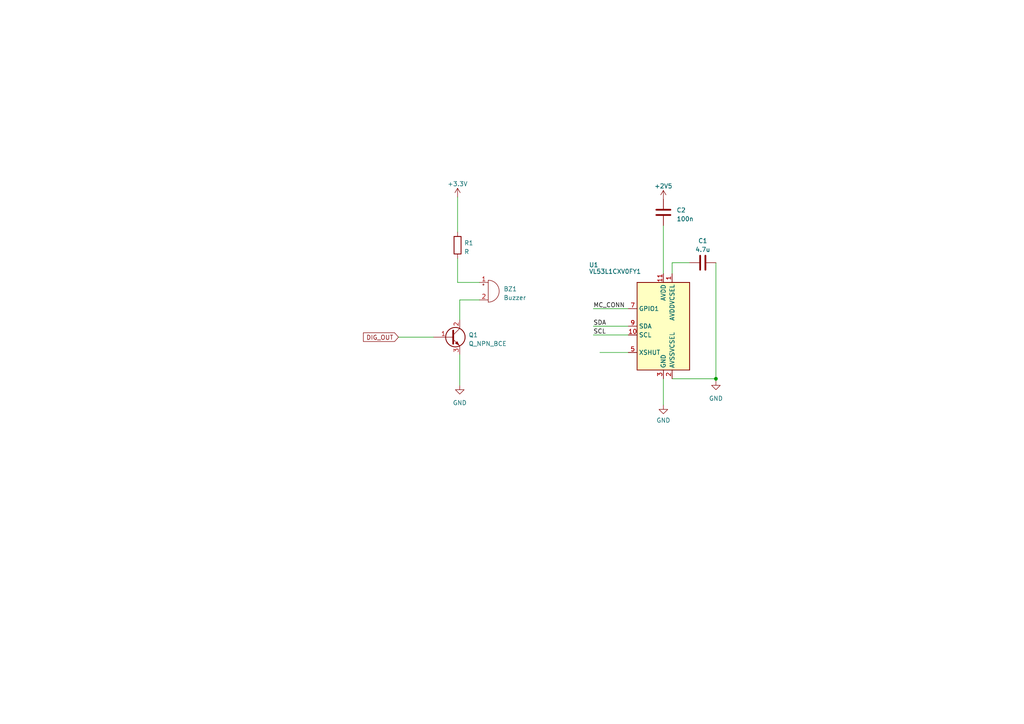
<source format=kicad_sch>
(kicad_sch (version 20230121) (generator eeschema)
  (paper "A4")
  (lib_symbols
    (symbol "Device:Buzzer" (pin_names (offset 0.0254) hide)
      (property "Reference" "BZ" (at 3.81 1.27 0))
      (property "Value" "Buzzer" (at 3.81 -1.27 0))
      (symbol "Buzzer_0_1"
        (arc (start 0 -3.175) (mid 3.1612 0) (end 0 3.175))
        (polyline (pts (xy -1.651 1.905) (xy -1.143 1.905)))
        (polyline (pts (xy -1.397 2.159) (xy -1.397 1.651)))
        (polyline (pts (xy 0 3.175) (xy 0 -3.175)))
      )
      (symbol "Buzzer_1_1"
        (pin passive line (at -2.54 2.54 0) (length 2.54) (name "-") (number "1"))
        (pin passive line (at -2.54 -2.54 0) (length 2.54) (name "+") (number "2"))
      )
    )
    (symbol "Device:C" (pin_numbers hide) (pin_names (offset 0.254))
      (property "Reference" "C" (at 0.635 2.54 0))
      (property "Value" "C" (at 0.635 -2.54 0))
      (symbol "C_0_1"
        (polyline (pts (xy -2.032 -0.762) (xy 2.032 -0.762)) (stroke (width 0.508)))
        (polyline (pts (xy -2.032 0.762) (xy 2.032 0.762)) (stroke (width 0.508)))
      )
      (symbol "C_1_1"
        (pin passive line (at 0 3.81 270) (length 2.794) (name "~") (number "1"))
        (pin passive line (at 0 -3.81 90) (length 2.794) (name "~") (number "2"))
      )
    )
    (symbol "Device:Q_NPN_BCE" (pin_names (offset 0) hide)
      (property "Reference" "Q" (at 5.08 1.27 0))
      (property "Value" "Q_NPN_BCE" (at 5.08 -1.27 0))
      (symbol "Q_NPN_BCE_0_1"
        (polyline (pts (xy 0.635 0.635) (xy 2.54 2.54)))
        (polyline (pts (xy 0.635 -0.635) (xy 2.54 -2.54) (xy 2.54 -2.54)))
        (polyline (pts (xy 0.635 1.905) (xy 0.635 -1.905) (xy 0.635 -1.905)) (stroke (width 0.508)))
        (polyline (pts (xy 1.27 -1.778) (xy 1.778 -1.27) (xy 2.286 -2.286) (xy 1.27 -1.778) (xy 1.27 -1.778)) (fill (type outline)))
        (circle (center 1.27 0) (radius 2.8194) (stroke (width 0.254)))
      )
      (symbol "Q_NPN_BCE_1_1"
        (pin input line (at -5.08 0 0) (length 5.715) (name "B") (number "1"))
        (pin passive line (at 2.54 5.08 270) (length 2.54) (name "C") (number "2"))
        (pin passive line (at 2.54 -5.08 90) (length 2.54) (name "E") (number "3"))
      )
    )
    (symbol "Device:R" (pin_numbers hide) (pin_names (offset 0))
      (property "Reference" "R" (at 2.032 0 90))
      (property "Value" "R" (at 0 0 90))
      (symbol "R_0_1"
        (rectangle (start -1.016 -2.54) (end 1.016 2.54) (stroke (width 0.254)))
      )
      (symbol "R_1_1"
        (pin passive line (at 0 3.81 270) (length 1.27) (name "~") (number "1"))
        (pin passive line (at 0 -3.81 90) (length 1.27) (name "~") (number "2"))
      )
    )
    (symbol "Sensor_Distance:VL53L1CXV0FY1"
      (property "Reference" "U" (at -6.35 13.97 0))
      (property "Value" "VL53L1CXV0FY1" (at 12.065 13.97 0))
      (symbol "VL53L1CXV0FY1_0_1"
        (rectangle (start -7.62 12.7) (end 7.62 -12.7) (stroke (width 0.254)) (fill (type background)))
      )
      (symbol "VL53L1CXV0FY1_1_1"
        (pin power_in line (at 2.54 15.24 270) (length 2.54) (name "AVDDVCSEL") (number "1"))
        (pin input line (at -10.16 -2.54 0) (length 2.54) (name "SCL") (number "10"))
        (pin power_in line (at 0 15.24 270) (length 2.54) (name "AVDD") (number "11"))
        (pin passive line (at 0 -15.24 90) (length 2.54) hide (name "GND") (number "12"))
        (pin power_in line (at 2.54 -15.24 90) (length 2.54) (name "AVSSVCSEL") (number "2"))
        (pin power_in line (at 0 -15.24 90) (length 2.54) (name "GND") (number "3"))
        (pin passive line (at 0 -15.24 90) (length 2.54) hide (name "GND") (number "4"))
        (pin input line (at -10.16 -7.62 0) (length 2.54) (name "XSHUT") (number "5"))
        (pin passive line (at 0 -15.24 90) (length 2.54) hide (name "GND") (number "6"))
        (pin open_collector line (at -10.16 5.08 0) (length 2.54) (name "GPIO1") (number "7"))
        (pin no_connect line (at -7.62 7.62 0) (length 2.54) hide (name "DNC") (number "8"))
        (pin bidirectional line (at -10.16 0 0) (length 2.54) (name "SDA") (number "9"))
      )
    )
    (symbol "power:+2V5" (power) (pin_names (offset 0))
      (property "Value" "+2V5" (at 0 3.556 0))
      (symbol "+2V5_0_1"
        (polyline (pts (xy -0.762 1.27) (xy 0 2.54)))
        (polyline (pts (xy 0 0) (xy 0 2.54)))
        (polyline (pts (xy 0 2.54) (xy 0.762 1.27)))
      )
      (symbol "+2V5_1_1"
        (pin power_in line (at 0 0 90) (length 0) hide (name "+2V5") (number "1"))
      )
    )
    (symbol "power:+3.3V" (power) (pin_names (offset 0))
      (property "Value" "+3.3V" (at 0 3.556 0))
      (symbol "+3.3V_0_1"
        (polyline (pts (xy -0.762 1.27) (xy 0 2.54)))
        (polyline (pts (xy 0 0) (xy 0 2.54)))
        (polyline (pts (xy 0 2.54) (xy 0.762 1.27)))
      )
      (symbol "+3.3V_1_1"
        (pin power_in line (at 0 0 90) (length 0) hide (name "+3.3V") (number "1"))
      )
    )
    (symbol "power:GND" (power) (pin_names (offset 0))
      (property "Value" "GND" (at 0 -3.81 0))
      (symbol "GND_0_1"
        (polyline (pts (xy 0 0) (xy 0 -1.27) (xy 1.27 -1.27) (xy 0 -2.54) (xy -1.27 -1.27) (xy 0 -1.27)))
      )
      (symbol "GND_1_1"
        (pin power_in line (at 0 0 270) (length 0) hide (name "GND") (number "1"))
      )
    )
  )
  (junction (at 207.645 109.855))
  (wire (pts (xy 133.35 86.995) (xy 133.35 92.71)))
  (wire (pts (xy 192.405 65.405) (xy 192.405 79.375)))
  (wire (pts (xy 194.945 109.855) (xy 207.645 109.855)))
  (wire (pts (xy 139.065 81.915) (xy 132.715 81.915)))
  (wire (pts (xy 132.715 57.15) (xy 132.715 67.31)))
  (wire (pts (xy 194.945 76.2) (xy 200.025 76.2)))
  (wire (pts (xy 194.945 76.2) (xy 194.945 79.375)))
  (wire (pts (xy 207.645 76.2) (xy 207.645 109.855)))
  (wire (pts (xy 172.085 97.155) (xy 182.245 97.155)))
  (wire (pts (xy 172.085 89.535) (xy 182.245 89.535)))
  (wire (pts (xy 192.405 109.855) (xy 192.405 117.475)))
  (wire (pts (xy 132.715 74.93) (xy 132.715 81.915)))
  (wire (pts (xy 133.35 102.87) (xy 133.35 111.76)))
  (wire (pts (xy 173.99 102.235) (xy 182.245 102.235)))
  (wire (pts (xy 133.35 86.995) (xy 139.065 86.995)))
  (wire (pts (xy 115.57 97.79) (xy 125.73 97.79)))
  (wire (pts (xy 172.085 94.615) (xy 182.245 94.615)))
  (wire (pts (xy 207.645 109.855) (xy 207.645 110.49)))
  (label "SCL" (at 172.085 97.155 0))
  (label "SDA" (at 172.085 94.615 0))
  (label "MC_CONN" (at 172.085 89.535 0))
  (global_label "DIG_OUT" (shape input) (at 115.57 97.79 180) (property "Intersheetrefs" "${INTERSHEET_REFS}" (effects hide)))
  (symbol (lib_id "Device:Q_NPN_BCE") (at 130.81 97.79 0) (unit 1)
    (property "Reference" "Q1" (at 135.89 97.155 0) (effects (justify left)))
    (property "Value" "Q_NPN_BCE" (at 135.89 99.695 0) (effects (justify left)))
  )
  (symbol (lib_id "power:GND") (at 133.35 111.76 0) (unit 1)
    (property "Reference" "#PWR04" (effects hide))
    (property "Value" "GND" (at 133.35 116.84 0))
  )
  (symbol (lib_id "Device:C") (at 192.405 61.595 0) (unit 1)
    (property "Reference" "C2" (at 196.215 60.96 0) (effects (justify left)))
    (property "Value" "100n" (at 196.215 63.5 0) (effects (justify left)))
  )
  (symbol (lib_id "power:+3.3V") (at 132.715 57.15 0) (unit 1)
    (property "Reference" "#PWR05" (effects hide))
    (property "Value" "+3.3V" (at 132.715 53.34 0))
  )
  (symbol (lib_id "Device:Buzzer") (at 141.605 84.455 0) (unit 1)
    (property "Reference" "BZ1" (at 146.05 83.82 0) (effects (justify left)))
    (property "Value" "Buzzer" (at 146.05 86.36 0) (effects (justify left)))
  )
  (symbol (lib_id "power:+2V5") (at 192.405 57.785 0) (unit 1)
    (property "Reference" "#PWR03" (effects hide))
    (property "Value" "+2V5" (at 192.405 53.975 0))
  )
  (symbol (lib_id "Device:R") (at 132.715 71.12 0) (unit 1)
    (property "Reference" "R1" (at 134.62 70.485 0) (effects (justify left)))
    (property "Value" "R" (at 134.62 73.025 0) (effects (justify left)))
  )
  (symbol (lib_id "power:GND") (at 207.645 110.49 0) (unit 1)
    (property "Reference" "#PWR01" (effects hide))
    (property "Value" "GND" (at 207.645 115.57 0))
  )
  (symbol (lib_id "Sensor_Distance:VL53L1CXV0FY1") (at 192.405 94.615 0) (unit 1)
    (property "Reference" "U1" (at 170.815 76.835 0) (effects (justify left)))
    (property "Value" "VL53L1CXV0FY1" (at 170.815 78.74 0) (effects (justify left)))
    (property "Footprint" "Sensor_Distance:ST_VL53L1x" (effects hide))
    (property "Datasheet" "https://www.st.com/resource/en/datasheet/vl53l1x.pdf" (effects hide))
  )
  (symbol (lib_id "Device:C") (at 203.835 76.2 90) (unit 1)
    (property "Reference" "C1" (at 203.835 69.85 90))
    (property "Value" "4.7u" (at 203.835 72.39 90))
  )
  (symbol (lib_id "power:GND") (at 192.405 117.475 0) (unit 1)
    (property "Reference" "#PWR02" (effects hide))
    (property "Value" "GND" (at 192.405 121.92 0))
  )
)
</source>
